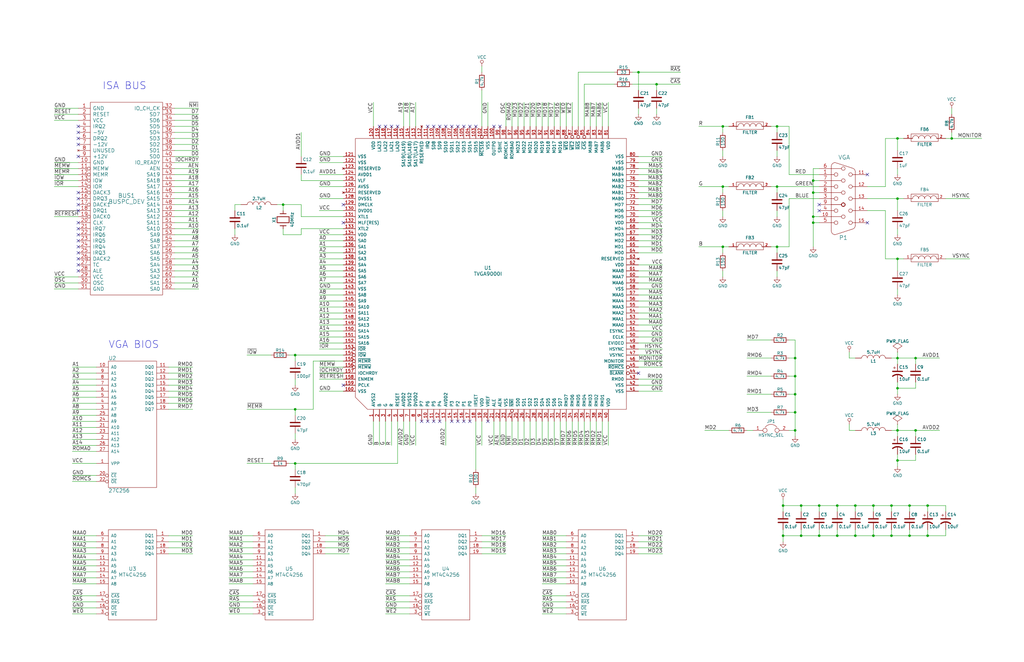
<source format=kicad_sch>
(kicad_sch (version 20211123) (generator eeschema)
  (paper "User" 431.8 279.4)
  (title_block (date "7 feb 2013"))
  (junction (at 337.82 226.06))
  (junction (at 386.08 181.61))
  (junction (at 304.8 78.74))
  (junction (at 330.2 226.06))
  (junction (at 342.9 91.44))
  (junction (at 378.46 194.31))
  (junction (at 353.06 213.36))
  (junction (at 119.38 86.36))
  (junction (at 124.46 172.72))
  (junction (at 342.9 76.2))
  (junction (at 327.66 53.34))
  (junction (at 391.16 213.36))
  (junction (at 342.9 81.28))
  (junction (at 391.16 226.06))
  (junction (at 335.28 173.99))
  (junction (at 304.8 104.14))
  (junction (at 368.3 213.36))
  (junction (at 269.24 30.48))
  (junction (at 335.28 181.61))
  (junction (at 378.46 109.22))
  (junction (at 383.54 213.36))
  (junction (at 353.06 226.06))
  (junction (at 378.46 58.42))
  (junction (at 335.28 151.13))
  (junction (at 345.44 213.36))
  (junction (at 378.46 151.13))
  (junction (at 327.66 104.14))
  (junction (at 375.92 226.06))
  (junction (at 378.46 181.61))
  (junction (at 335.28 166.37))
  (junction (at 276.86 35.56))
  (junction (at 304.8 53.34))
  (junction (at 360.68 226.06))
  (junction (at 383.54 226.06))
  (junction (at 124.46 149.86))
  (junction (at 378.46 163.83))
  (junction (at 124.46 195.58))
  (junction (at 330.2 213.36))
  (junction (at 342.9 93.98))
  (junction (at 386.08 151.13))
  (junction (at 375.92 213.36))
  (junction (at 378.46 83.82))
  (junction (at 401.32 58.42))
  (junction (at 337.82 213.36))
  (junction (at 360.68 213.36))
  (junction (at 345.44 226.06))
  (junction (at 368.3 226.06))
  (junction (at 335.28 158.75))
  (junction (at 327.66 78.74))
  (no_connect (at 193.04 177.8))
  (no_connect (at 180.34 177.8))
  (no_connect (at 195.58 53.34))
  (no_connect (at 33.02 111.76))
  (no_connect (at 33.02 109.22))
  (no_connect (at 198.12 177.8))
  (no_connect (at 33.02 58.42))
  (no_connect (at 33.02 104.14))
  (no_connect (at 195.58 177.8))
  (no_connect (at 33.02 66.04))
  (no_connect (at 365.76 73.66))
  (no_connect (at 162.56 53.34))
  (no_connect (at 144.78 162.56))
  (no_connect (at 33.02 96.52))
  (no_connect (at 33.02 88.9))
  (no_connect (at 177.8 177.8))
  (no_connect (at 345.44 86.36))
  (no_connect (at 208.28 53.34))
  (no_connect (at 365.76 93.98))
  (no_connect (at 187.96 53.34))
  (no_connect (at 182.88 177.8))
  (no_connect (at 269.24 157.48))
  (no_connect (at 33.02 83.82))
  (no_connect (at 33.02 53.34))
  (no_connect (at 33.02 86.36))
  (no_connect (at 33.02 55.88))
  (no_connect (at 33.02 101.6))
  (no_connect (at 144.78 93.98))
  (no_connect (at 33.02 81.28))
  (no_connect (at 198.12 53.34))
  (no_connect (at 200.66 53.34))
  (no_connect (at 33.02 60.96))
  (no_connect (at 190.5 53.34))
  (no_connect (at 182.88 53.34))
  (no_connect (at 205.74 177.8))
  (no_connect (at 180.34 53.34))
  (no_connect (at 185.42 177.8))
  (no_connect (at 190.5 177.8))
  (no_connect (at 33.02 93.98))
  (no_connect (at 185.42 53.34))
  (no_connect (at 160.02 53.34))
  (no_connect (at 210.82 53.34))
  (no_connect (at 33.02 99.06))
  (no_connect (at 144.78 86.36))
  (no_connect (at 193.04 53.34))
  (no_connect (at 33.02 106.68))
  (no_connect (at 33.02 114.3))
  (no_connect (at 345.44 88.9))
  (no_connect (at 167.64 53.34))
  (no_connect (at 165.1 53.34))
  (wire (pts (xy 236.22 43.18) (xy 236.22 53.34)))
  (wire (pts (xy 327.66 63.5) (xy 327.66 66.04)))
  (wire (pts (xy 40.64 236.22) (xy 30.48 236.22)))
  (wire (pts (xy 106.68 226.06) (xy 96.52 226.06)))
  (wire (pts (xy 386.08 163.83) (xy 378.46 163.83)))
  (wire (pts (xy 119.38 99.06) (xy 127 99.06)))
  (wire (pts (xy 71.12 172.72) (xy 81.28 172.72)))
  (wire (pts (xy 73.66 68.58) (xy 83.82 68.58)))
  (wire (pts (xy 238.76 236.22) (xy 228.6 236.22)))
  (wire (pts (xy 241.3 177.8) (xy 241.3 187.96)))
  (wire (pts (xy 144.78 109.22) (xy 134.62 109.22)))
  (wire (pts (xy 269.24 104.14) (xy 279.4 104.14)))
  (wire (pts (xy 332.74 73.66) (xy 332.74 53.34)))
  (wire (pts (xy 33.02 121.92) (xy 22.86 121.92)))
  (wire (pts (xy 269.24 93.98) (xy 279.4 93.98)))
  (wire (pts (xy 33.02 50.8) (xy 22.86 50.8)))
  (wire (pts (xy 383.54 226.06) (xy 383.54 223.52)))
  (wire (pts (xy 33.02 119.38) (xy 22.86 119.38)))
  (wire (pts (xy 73.66 58.42) (xy 83.82 58.42)))
  (wire (pts (xy 304.8 78.74) (xy 307.34 78.74)))
  (wire (pts (xy 71.12 157.48) (xy 81.28 157.48)))
  (wire (pts (xy 137.16 226.06) (xy 147.32 226.06)))
  (wire (pts (xy 30.48 195.58) (xy 40.64 195.58)))
  (wire (pts (xy 106.68 254) (xy 96.52 254)))
  (wire (pts (xy 327.66 106.68) (xy 327.66 104.14)))
  (wire (pts (xy 269.24 142.24) (xy 279.4 142.24)))
  (wire (pts (xy 269.24 124.46) (xy 279.4 124.46)))
  (wire (pts (xy 144.78 88.9) (xy 134.62 88.9)))
  (wire (pts (xy 144.78 116.84) (xy 134.62 116.84)))
  (wire (pts (xy 137.16 233.68) (xy 147.32 233.68)))
  (wire (pts (xy 73.66 48.26) (xy 83.82 48.26)))
  (wire (pts (xy 144.78 152.4) (xy 132.08 152.4)))
  (wire (pts (xy 378.46 163.83) (xy 378.46 166.37)))
  (wire (pts (xy 360.68 181.61) (xy 358.14 181.61)))
  (wire (pts (xy 40.64 154.94) (xy 30.48 154.94)))
  (wire (pts (xy 22.86 71.12) (xy 33.02 71.12)))
  (wire (pts (xy 266.7 30.48) (xy 269.24 30.48)))
  (wire (pts (xy 22.86 78.74) (xy 33.02 78.74)))
  (wire (pts (xy 40.64 182.88) (xy 30.48 182.88)))
  (wire (pts (xy 337.82 215.9) (xy 337.82 213.36)))
  (wire (pts (xy 269.24 149.86) (xy 279.4 149.86)))
  (wire (pts (xy 203.2 226.06) (xy 213.36 226.06)))
  (wire (pts (xy 353.06 213.36) (xy 360.68 213.36)))
  (wire (pts (xy 375.92 226.06) (xy 383.54 226.06)))
  (wire (pts (xy 33.02 91.44) (xy 22.86 91.44)))
  (wire (pts (xy 401.32 55.88) (xy 401.32 58.42)))
  (wire (pts (xy 144.78 134.62) (xy 134.62 134.62)))
  (wire (pts (xy 144.78 68.58) (xy 134.62 68.58)))
  (wire (pts (xy 383.54 213.36) (xy 391.16 213.36)))
  (wire (pts (xy 269.24 68.58) (xy 279.4 68.58)))
  (wire (pts (xy 330.2 213.36) (xy 330.2 215.9)))
  (wire (pts (xy 106.68 231.14) (xy 96.52 231.14)))
  (wire (pts (xy 368.3 226.06) (xy 375.92 226.06)))
  (wire (pts (xy 40.64 259.08) (xy 30.48 259.08)))
  (wire (pts (xy 358.14 151.13) (xy 360.68 151.13)))
  (wire (pts (xy 269.24 121.92) (xy 279.4 121.92)))
  (wire (pts (xy 325.12 151.13) (xy 314.96 151.13)))
  (wire (pts (xy 342.9 93.98) (xy 345.44 93.98)))
  (wire (pts (xy 73.66 121.92) (xy 83.82 121.92)))
  (wire (pts (xy 368.3 226.06) (xy 368.3 223.52)))
  (wire (pts (xy 335.28 173.99) (xy 332.74 173.99)))
  (wire (pts (xy 40.64 203.2) (xy 30.48 203.2)))
  (wire (pts (xy 398.78 213.36) (xy 398.78 215.9)))
  (wire (pts (xy 73.66 109.22) (xy 83.82 109.22)))
  (wire (pts (xy 269.24 96.52) (xy 279.4 96.52)))
  (wire (pts (xy 144.78 96.52) (xy 127 96.52)))
  (wire (pts (xy 124.46 175.26) (xy 124.46 172.72)))
  (wire (pts (xy 106.68 243.84) (xy 96.52 243.84)))
  (wire (pts (xy 335.28 151.13) (xy 335.28 158.75)))
  (wire (pts (xy 269.24 78.74) (xy 279.4 78.74)))
  (wire (pts (xy 375.92 181.61) (xy 378.46 181.61)))
  (wire (pts (xy 40.64 185.42) (xy 30.48 185.42)))
  (wire (pts (xy 144.78 165.1) (xy 134.62 165.1)))
  (wire (pts (xy 254 177.8) (xy 254 187.96)))
  (wire (pts (xy 269.24 30.48) (xy 287.02 30.48)))
  (wire (pts (xy 40.64 231.14) (xy 30.48 231.14)))
  (wire (pts (xy 144.78 142.24) (xy 134.62 142.24)))
  (wire (pts (xy 104.14 195.58) (xy 114.3 195.58)))
  (wire (pts (xy 40.64 170.18) (xy 30.48 170.18)))
  (wire (pts (xy 337.82 226.06) (xy 337.82 223.52)))
  (wire (pts (xy 71.12 162.56) (xy 81.28 162.56)))
  (wire (pts (xy 33.02 116.84) (xy 22.86 116.84)))
  (wire (pts (xy 276.86 45.72) (xy 276.86 48.26)))
  (wire (pts (xy 40.64 175.26) (xy 30.48 175.26)))
  (wire (pts (xy 327.66 114.3) (xy 327.66 116.84)))
  (wire (pts (xy 40.64 246.38) (xy 30.48 246.38)))
  (wire (pts (xy 269.24 147.32) (xy 279.4 147.32)))
  (wire (pts (xy 375.92 213.36) (xy 383.54 213.36)))
  (wire (pts (xy 203.2 177.8) (xy 203.2 187.96)))
  (wire (pts (xy 358.14 181.61) (xy 358.14 179.07)))
  (wire (pts (xy 71.12 154.94) (xy 81.28 154.94)))
  (wire (pts (xy 378.46 181.61) (xy 386.08 181.61)))
  (wire (pts (xy 332.74 53.34) (xy 327.66 53.34)))
  (wire (pts (xy 106.68 256.54) (xy 96.52 256.54)))
  (wire (pts (xy 40.64 200.66) (xy 30.48 200.66)))
  (wire (pts (xy 226.06 177.8) (xy 226.06 187.96)))
  (wire (pts (xy 73.66 93.98) (xy 83.82 93.98)))
  (wire (pts (xy 386.08 151.13) (xy 396.24 151.13)))
  (wire (pts (xy 124.46 149.86) (xy 144.78 149.86)))
  (wire (pts (xy 40.64 157.48) (xy 30.48 157.48)))
  (wire (pts (xy 228.6 177.8) (xy 228.6 187.96)))
  (wire (pts (xy 378.46 83.82) (xy 381 83.82)))
  (wire (pts (xy 365.76 83.82) (xy 378.46 83.82)))
  (wire (pts (xy 342.9 81.28) (xy 345.44 81.28)))
  (wire (pts (xy 172.72 177.8) (xy 172.72 187.96)))
  (wire (pts (xy 269.24 86.36) (xy 279.4 86.36)))
  (wire (pts (xy 218.44 43.18) (xy 218.44 53.34)))
  (wire (pts (xy 205.74 43.18) (xy 205.74 53.34)))
  (wire (pts (xy 269.24 71.12) (xy 279.4 71.12)))
  (wire (pts (xy 383.54 213.36) (xy 383.54 215.9)))
  (wire (pts (xy 401.32 58.42) (xy 414.02 58.42)))
  (wire (pts (xy 276.86 38.1) (xy 276.86 35.56)))
  (wire (pts (xy 172.72 256.54) (xy 162.56 256.54)))
  (wire (pts (xy 342.9 93.98) (xy 342.9 104.14)))
  (wire (pts (xy 144.78 129.54) (xy 134.62 129.54)))
  (wire (pts (xy 116.84 86.36) (xy 119.38 86.36)))
  (wire (pts (xy 40.64 180.34) (xy 30.48 180.34)))
  (wire (pts (xy 172.72 241.3) (xy 162.56 241.3)))
  (wire (pts (xy 373.38 88.9) (xy 365.76 88.9)))
  (wire (pts (xy 73.66 119.38) (xy 83.82 119.38)))
  (wire (pts (xy 304.8 63.5) (xy 304.8 66.04)))
  (wire (pts (xy 401.32 45.72) (xy 401.32 48.26)))
  (wire (pts (xy 335.28 166.37) (xy 332.74 166.37)))
  (wire (pts (xy 40.64 165.1) (xy 30.48 165.1)))
  (wire (pts (xy 238.76 231.14) (xy 228.6 231.14)))
  (wire (pts (xy 269.24 152.4) (xy 279.4 152.4)))
  (wire (pts (xy 304.8 55.88) (xy 304.8 53.34)))
  (wire (pts (xy 386.08 153.67) (xy 386.08 151.13)))
  (wire (pts (xy 238.76 256.54) (xy 228.6 256.54)))
  (wire (pts (xy 314.96 181.61) (xy 317.5 181.61)))
  (wire (pts (xy 160.02 177.8) (xy 160.02 187.96)))
  (wire (pts (xy 373.38 78.74) (xy 373.38 58.42)))
  (wire (pts (xy 398.78 109.22) (xy 408.94 109.22)))
  (wire (pts (xy 327.66 53.34) (xy 325.12 53.34)))
  (wire (pts (xy 33.02 45.72) (xy 22.86 45.72)))
  (wire (pts (xy 378.46 151.13) (xy 378.46 153.67)))
  (wire (pts (xy 342.9 91.44) (xy 345.44 91.44)))
  (wire (pts (xy 124.46 205.74) (xy 124.46 208.28)))
  (wire (pts (xy 73.66 101.6) (xy 83.82 101.6)))
  (wire (pts (xy 256.54 177.8) (xy 256.54 187.96)))
  (wire (pts (xy 73.66 66.04) (xy 83.82 66.04)))
  (wire (pts (xy 327.66 55.88) (xy 327.66 53.34)))
  (wire (pts (xy 73.66 60.96) (xy 83.82 60.96)))
  (wire (pts (xy 124.46 160.02) (xy 124.46 162.56)))
  (wire (pts (xy 269.24 134.62) (xy 279.4 134.62)))
  (wire (pts (xy 73.66 96.52) (xy 83.82 96.52)))
  (wire (pts (xy 368.3 213.36) (xy 368.3 215.9)))
  (wire (pts (xy 132.08 172.72) (xy 124.46 172.72)))
  (wire (pts (xy 238.76 259.08) (xy 228.6 259.08)))
  (wire (pts (xy 144.78 157.48) (xy 134.62 157.48)))
  (wire (pts (xy 358.14 148.59) (xy 358.14 151.13)))
  (wire (pts (xy 119.38 99.06) (xy 119.38 96.52)))
  (wire (pts (xy 269.24 127) (xy 279.4 127)))
  (wire (pts (xy 269.24 88.9) (xy 279.4 88.9)))
  (wire (pts (xy 378.46 71.12) (xy 378.46 73.66)))
  (wire (pts (xy 378.46 109.22) (xy 381 109.22)))
  (wire (pts (xy 269.24 73.66) (xy 279.4 73.66)))
  (wire (pts (xy 124.46 182.88) (xy 124.46 185.42)))
  (wire (pts (xy 342.9 76.2) (xy 345.44 76.2)))
  (wire (pts (xy 210.82 177.8) (xy 210.82 187.96)))
  (wire (pts (xy 203.2 228.6) (xy 213.36 228.6)))
  (wire (pts (xy 386.08 161.29) (xy 386.08 163.83)))
  (wire (pts (xy 228.6 43.18) (xy 228.6 53.34)))
  (wire (pts (xy 170.18 43.18) (xy 170.18 53.34)))
  (wire (pts (xy 345.44 226.06) (xy 353.06 226.06)))
  (wire (pts (xy 391.16 213.36) (xy 398.78 213.36)))
  (wire (pts (xy 73.66 111.76) (xy 83.82 111.76)))
  (wire (pts (xy 353.06 226.06) (xy 360.68 226.06)))
  (wire (pts (xy 294.64 53.34) (xy 304.8 53.34)))
  (wire (pts (xy 269.24 99.06) (xy 279.4 99.06)))
  (wire (pts (xy 137.16 231.14) (xy 147.32 231.14)))
  (wire (pts (xy 238.76 243.84) (xy 228.6 243.84)))
  (wire (pts (xy 106.68 251.46) (xy 96.52 251.46)))
  (wire (pts (xy 127 86.36) (xy 127 91.44)))
  (wire (pts (xy 213.36 177.8) (xy 213.36 187.96)))
  (wire (pts (xy 378.46 114.3) (xy 378.46 109.22)))
  (wire (pts (xy 220.98 43.18) (xy 220.98 53.34)))
  (wire (pts (xy 325.12 143.51) (xy 314.96 143.51)))
  (wire (pts (xy 238.76 238.76) (xy 228.6 238.76)))
  (wire (pts (xy 342.9 71.12) (xy 342.9 76.2)))
  (wire (pts (xy 73.66 45.72) (xy 83.82 45.72)))
  (wire (pts (xy 22.86 76.2) (xy 33.02 76.2)))
  (wire (pts (xy 73.66 53.34) (xy 83.82 53.34)))
  (wire (pts (xy 373.38 109.22) (xy 378.46 109.22)))
  (wire (pts (xy 353.06 213.36) (xy 353.06 215.9)))
  (wire (pts (xy 378.46 88.9) (xy 378.46 83.82)))
  (wire (pts (xy 360.68 226.06) (xy 368.3 226.06)))
  (wire (pts (xy 375.92 151.13) (xy 378.46 151.13)))
  (wire (pts (xy 106.68 228.6) (xy 96.52 228.6)))
  (wire (pts (xy 378.46 179.07) (xy 378.46 181.61)))
  (wire (pts (xy 187.96 177.8) (xy 187.96 187.96)))
  (wire (pts (xy 203.2 231.14) (xy 213.36 231.14)))
  (wire (pts (xy 304.8 104.14) (xy 307.34 104.14)))
  (wire (pts (xy 71.12 226.06) (xy 81.28 226.06)))
  (wire (pts (xy 327.66 88.9) (xy 327.66 91.44)))
  (wire (pts (xy 269.24 111.76) (xy 279.4 111.76)))
  (wire (pts (xy 40.64 254) (xy 30.48 254)))
  (wire (pts (xy 231.14 177.8) (xy 231.14 187.96)))
  (wire (pts (xy 269.24 226.06) (xy 279.4 226.06)))
  (wire (pts (xy 238.76 251.46) (xy 228.6 251.46)))
  (wire (pts (xy 269.24 160.02) (xy 279.4 160.02)))
  (wire (pts (xy 144.78 137.16) (xy 134.62 137.16)))
  (wire (pts (xy 73.66 99.06) (xy 83.82 99.06)))
  (wire (pts (xy 269.24 233.68) (xy 279.4 233.68)))
  (wire (pts (xy 144.78 78.74) (xy 134.62 78.74)))
  (wire (pts (xy 269.24 114.3) (xy 279.4 114.3)))
  (wire (pts (xy 330.2 226.06) (xy 330.2 228.6)))
  (wire (pts (xy 71.12 167.64) (xy 81.28 167.64)))
  (wire (pts (xy 144.78 132.08) (xy 134.62 132.08)))
  (wire (pts (xy 269.24 139.7) (xy 279.4 139.7)))
  (wire (pts (xy 170.18 177.8) (xy 170.18 187.96)))
  (wire (pts (xy 106.68 233.68) (xy 96.52 233.68)))
  (wire (pts (xy 241.3 43.18) (xy 241.3 53.34)))
  (wire (pts (xy 144.78 160.02) (xy 134.62 160.02)))
  (wire (pts (xy 172.72 236.22) (xy 162.56 236.22)))
  (wire (pts (xy 386.08 181.61) (xy 396.24 181.61)))
  (wire (pts (xy 40.64 187.96) (xy 30.48 187.96)))
  (wire (pts (xy 40.64 190.5) (xy 30.48 190.5)))
  (wire (pts (xy 73.66 114.3) (xy 83.82 114.3)))
  (wire (pts (xy 215.9 43.18) (xy 215.9 53.34)))
  (wire (pts (xy 375.92 226.06) (xy 375.92 223.52)))
  (wire (pts (xy 307.34 181.61) (xy 297.18 181.61)))
  (wire (pts (xy 73.66 88.9) (xy 83.82 88.9)))
  (wire (pts (xy 335.28 181.61) (xy 332.74 181.61)))
  (wire (pts (xy 269.24 116.84) (xy 279.4 116.84)))
  (wire (pts (xy 304.8 114.3) (xy 304.8 116.84)))
  (wire (pts (xy 40.64 172.72) (xy 30.48 172.72)))
  (wire (pts (xy 335.28 166.37) (xy 335.28 173.99)))
  (wire (pts (xy 332.74 83.82) (xy 345.44 83.82)))
  (wire (pts (xy 144.78 139.7) (xy 134.62 139.7)))
  (wire (pts (xy 238.76 43.18) (xy 238.76 53.34)))
  (wire (pts (xy 106.68 238.76) (xy 96.52 238.76)))
  (wire (pts (xy 269.24 132.08) (xy 279.4 132.08)))
  (wire (pts (xy 40.64 251.46) (xy 30.48 251.46)))
  (wire (pts (xy 325.12 173.99) (xy 314.96 173.99)))
  (wire (pts (xy 22.86 68.58) (xy 33.02 68.58)))
  (wire (pts (xy 203.2 38.1) (xy 203.2 53.34)))
  (wire (pts (xy 73.66 78.74) (xy 83.82 78.74)))
  (wire (pts (xy 398.78 226.06) (xy 398.78 223.52)))
  (wire (pts (xy 276.86 35.56) (xy 287.02 35.56)))
  (wire (pts (xy 383.54 226.06) (xy 391.16 226.06)))
  (wire (pts (xy 304.8 106.68) (xy 304.8 104.14)))
  (wire (pts (xy 124.46 152.4) (xy 124.46 149.86)))
  (wire (pts (xy 40.64 160.02) (xy 30.48 160.02)))
  (wire (pts (xy 378.46 151.13) (xy 386.08 151.13)))
  (wire (pts (xy 73.66 50.8) (xy 83.82 50.8)))
  (wire (pts (xy 172.72 231.14) (xy 162.56 231.14)))
  (wire (pts (xy 71.12 231.14) (xy 81.28 231.14)))
  (wire (pts (xy 71.12 228.6) (xy 81.28 228.6)))
  (wire (pts (xy 22.86 73.66) (xy 33.02 73.66)))
  (wire (pts (xy 337.82 213.36) (xy 345.44 213.36)))
  (wire (pts (xy 203.2 233.68) (xy 213.36 233.68)))
  (wire (pts (xy 121.92 195.58) (xy 124.46 195.58)))
  (wire (pts (xy 106.68 246.38) (xy 96.52 246.38)))
  (wire (pts (xy 144.78 83.82) (xy 134.62 83.82)))
  (wire (pts (xy 73.66 86.36) (xy 83.82 86.36)))
  (wire (pts (xy 238.76 241.3) (xy 228.6 241.3)))
  (wire (pts (xy 378.46 161.29) (xy 378.46 163.83)))
  (wire (pts (xy 106.68 241.3) (xy 96.52 241.3)))
  (wire (pts (xy 335.28 173.99) (xy 335.28 181.61)))
  (wire (pts (xy 73.66 63.5) (xy 83.82 63.5)))
  (wire (pts (xy 246.38 35.56) (xy 246.38 53.34)))
  (wire (pts (xy 73.66 55.88) (xy 83.82 55.88)))
  (wire (pts (xy 353.06 226.06) (xy 353.06 223.52)))
  (wire (pts (xy 325.12 104.14) (xy 327.66 104.14)))
  (wire (pts (xy 33.02 48.26) (xy 22.86 48.26)))
  (wire (pts (xy 144.78 73.66) (xy 134.62 73.66)))
  (wire (pts (xy 378.46 148.59) (xy 378.46 151.13)))
  (wire (pts (xy 218.44 177.8) (xy 218.44 187.96)))
  (wire (pts (xy 200.66 208.28) (xy 200.66 205.74)))
  (wire (pts (xy 391.16 226.06) (xy 391.16 223.52)))
  (wire (pts (xy 223.52 43.18) (xy 223.52 53.34)))
  (wire (pts (xy 40.64 167.64) (xy 30.48 167.64)))
  (wire (pts (xy 243.84 177.8) (xy 243.84 187.96)))
  (wire (pts (xy 325.12 158.75) (xy 314.96 158.75)))
  (wire (pts (xy 345.44 226.06) (xy 345.44 223.52)))
  (wire (pts (xy 391.16 213.36) (xy 391.16 215.9)))
  (wire (pts (xy 40.64 243.84) (xy 30.48 243.84)))
  (wire (pts (xy 337.82 226.06) (xy 345.44 226.06)))
  (wire (pts (xy 378.46 63.5) (xy 378.46 58.42)))
  (wire (pts (xy 294.64 104.14) (xy 304.8 104.14)))
  (wire (pts (xy 73.66 106.68) (xy 83.82 106.68)))
  (wire (pts (xy 144.78 154.94) (xy 134.62 154.94)))
  (wire (pts (xy 40.64 162.56) (xy 30.48 162.56)))
  (wire (pts (xy 345.44 213.36) (xy 353.06 213.36)))
  (wire (pts (xy 269.24 83.82) (xy 279.4 83.82)))
  (wire (pts (xy 269.24 101.6) (xy 279.4 101.6)))
  (wire (pts (xy 172.72 254) (xy 162.56 254)))
  (wire (pts (xy 246.38 177.8) (xy 246.38 187.96)))
  (wire (pts (xy 157.48 177.8) (xy 157.48 187.96)))
  (wire (pts (xy 251.46 177.8) (xy 251.46 187.96)))
  (wire (pts (xy 172.72 226.06) (xy 162.56 226.06)))
  (wire (pts (xy 335.28 158.75) (xy 335.28 166.37)))
  (wire (pts (xy 398.78 83.82) (xy 408.94 83.82)))
  (wire (pts (xy 208.28 177.8) (xy 208.28 187.96)))
  (wire (pts (xy 378.46 191.77) (xy 378.46 194.31)))
  (wire (pts (xy 304.8 88.9) (xy 304.8 91.44)))
  (wire (pts (xy 335.28 143.51) (xy 332.74 143.51)))
  (wire (pts (xy 124.46 198.12) (xy 124.46 195.58)))
  (wire (pts (xy 269.24 106.68) (xy 279.4 106.68)))
  (wire (pts (xy 175.26 43.18) (xy 175.26 53.34)))
  (wire (pts (xy 325.12 166.37) (xy 314.96 166.37)))
  (wire (pts (xy 119.38 88.9) (xy 119.38 86.36)))
  (wire (pts (xy 40.64 177.8) (xy 30.48 177.8)))
  (wire (pts (xy 327.66 104.14) (xy 332.74 104.14)))
  (wire (pts (xy 124.46 172.72) (xy 104.14 172.72)))
  (wire (pts (xy 144.78 147.32) (xy 134.62 147.32)))
  (wire (pts (xy 231.14 43.18) (xy 231.14 53.34)))
  (wire (pts (xy 144.78 127) (xy 134.62 127)))
  (wire (pts (xy 73.66 73.66) (xy 83.82 73.66)))
  (wire (pts (xy 226.06 43.18) (xy 226.06 53.34)))
  (wire (pts (xy 342.9 81.28) (xy 342.9 91.44)))
  (wire (pts (xy 332.74 104.14) (xy 332.74 83.82)))
  (wire (pts (xy 213.36 43.18) (xy 213.36 53.34)))
  (wire (pts (xy 375.92 213.36) (xy 375.92 215.9)))
  (wire (pts (xy 378.46 121.92) (xy 378.46 124.46)))
  (wire (pts (xy 167.64 195.58) (xy 167.64 177.8)))
  (wire (pts (xy 373.38 58.42) (xy 378.46 58.42)))
  (wire (pts (xy 325.12 78.74) (xy 327.66 78.74)))
  (wire (pts (xy 386.08 184.15) (xy 386.08 181.61)))
  (wire (pts (xy 398.78 58.42) (xy 401.32 58.42)))
  (wire (pts (xy 104.14 149.86) (xy 114.3 149.86)))
  (wire (pts (xy 203.2 30.48) (xy 203.2 27.94)))
  (wire (pts (xy 71.12 165.1) (xy 81.28 165.1)))
  (wire (pts (xy 251.46 43.18) (xy 251.46 53.34)))
  (wire (pts (xy 233.68 43.18) (xy 233.68 53.34)))
  (wire (pts (xy 99.06 96.52) (xy 99.06 99.06)))
  (wire (pts (xy 269.24 91.44) (xy 279.4 91.44)))
  (wire (pts (xy 269.24 165.1) (xy 279.4 165.1)))
  (wire (pts (xy 71.12 233.68) (xy 81.28 233.68)))
  (wire (pts (xy 269.24 231.14) (xy 279.4 231.14)))
  (wire (pts (xy 127 96.52) (xy 127 99.06)))
  (wire (pts (xy 165.1 177.8) (xy 165.1 187.96)))
  (wire (pts (xy 127 91.44) (xy 144.78 91.44)))
  (wire (pts (xy 124.46 195.58) (xy 167.64 195.58)))
  (wire (pts (xy 266.7 35.56) (xy 276.86 35.56)))
  (wire (pts (xy 238.76 177.8) (xy 238.76 187.96)))
  (wire (pts (xy 304.8 53.34) (xy 307.34 53.34)))
  (wire (pts (xy 220.98 177.8) (xy 220.98 187.96)))
  (wire (pts (xy 386.08 194.31) (xy 378.46 194.31)))
  (wire (pts (xy 71.12 160.02) (xy 81.28 160.02)))
  (wire (pts (xy 335.28 143.51) (xy 335.28 151.13)))
  (wire (pts (xy 238.76 228.6) (xy 228.6 228.6)))
  (wire (pts (xy 99.06 86.36) (xy 99.06 88.9)))
  (wire (pts (xy 304.8 81.28) (xy 304.8 78.74)))
  (wire (pts (xy 172.72 238.76) (xy 162.56 238.76)))
  (wire (pts (xy 342.9 91.44) (xy 342.9 93.98)))
  (wire (pts (xy 144.78 111.76) (xy 134.62 111.76)))
  (wire (pts (xy 335.28 158.75) (xy 332.74 158.75)))
  (wire (pts (xy 330.2 223.52) (xy 330.2 226.06)))
  (wire (pts (xy 106.68 236.22) (xy 96.52 236.22)))
  (wire (pts (xy 327.66 81.28) (xy 327.66 78.74)))
  (wire (pts (xy 248.92 43.18) (xy 248.92 53.34)))
  (wire (pts (xy 269.24 162.56) (xy 279.4 162.56)))
  (wire (pts (xy 73.66 91.44) (xy 83.82 91.44)))
  (wire (pts (xy 144.78 144.78) (xy 134.62 144.78)))
  (wire (pts (xy 144.78 101.6) (xy 134.62 101.6)))
  (wire (pts (xy 144.78 124.46) (xy 134.62 124.46)))
  (wire (pts (xy 172.72 228.6) (xy 162.56 228.6)))
  (wire (pts (xy 144.78 114.3) (xy 134.62 114.3)))
  (wire (pts (xy 269.24 76.2) (xy 279.4 76.2)))
  (wire (pts (xy 40.64 226.06) (xy 30.48 226.06)))
  (wire (pts (xy 360.68 226.06) (xy 360.68 223.52)))
  (wire (pts (xy 40.64 238.76) (xy 30.48 238.76)))
  (wire (pts (xy 144.78 119.38) (xy 134.62 119.38)))
  (wire (pts (xy 373.38 109.22) (xy 373.38 88.9)))
  (wire (pts (xy 378.46 194.31) (xy 378.46 196.85)))
  (wire (pts (xy 335.28 181.61) (xy 335.28 184.15)))
  (wire (pts (xy 132.08 152.4) (xy 132.08 172.72)))
  (wire (pts (xy 238.76 254) (xy 228.6 254)))
  (wire (pts (xy 378.46 181.61) (xy 378.46 184.15)))
  (wire (pts (xy 269.24 119.38) (xy 279.4 119.38)))
  (wire (pts (xy 269.24 66.04) (xy 279.4 66.04)))
  (wire (pts (xy 121.92 149.86) (xy 124.46 149.86)))
  (wire (pts (xy 73.66 76.2) (xy 83.82 76.2)))
  (wire (pts (xy 157.48 43.18) (xy 157.48 53.34)))
  (wire (pts (xy 378.46 96.52) (xy 378.46 99.06)))
  (wire (pts (xy 215.9 177.8) (xy 215.9 187.96)))
  (wire (pts (xy 345.44 73.66) (xy 332.74 73.66)))
  (wire (pts (xy 238.76 226.06) (xy 228.6 226.06)))
  (wire (pts (xy 269.24 81.28) (xy 279.4 81.28)))
  (wire (pts (xy 269.24 144.78) (xy 279.4 144.78)))
  (wire (pts (xy 73.66 116.84) (xy 83.82 116.84)))
  (wire (pts (xy 345.44 213.36) (xy 345.44 215.9)))
  (wire (pts (xy 269.24 38.1) (xy 269.24 30.48)))
  (wire (pts (xy 238.76 246.38) (xy 228.6 246.38)))
  (wire (pts (xy 73.66 71.12) (xy 83.82 71.12)))
  (wire (pts (xy 259.08 30.48) (xy 243.84 30.48)))
  (wire (pts (xy 172.72 233.68) (xy 162.56 233.68)))
  (wire (pts (xy 119.38 86.36) (xy 127 86.36)))
  (wire (pts (xy 172.72 243.84) (xy 162.56 243.84)))
  (wire (pts (xy 71.12 170.18) (xy 81.28 170.18)))
  (wire (pts (xy 330.2 226.06) (xy 337.82 226.06)))
  (wire (pts (xy 40.64 233.68) (xy 30.48 233.68)))
  (wire (pts (xy 127 66.04) (xy 127 55.88)))
  (wire (pts (xy 200.66 177.8) (xy 200.66 198.12)))
  (wire (pts (xy 144.78 121.92) (xy 134.62 121.92)))
  (wire (pts (xy 294.64 78.74) (xy 304.8 78.74)))
  (wire (pts (xy 248.92 177.8) (xy 248.92 187.96)))
  (wire (pts (xy 378.46 58.42) (xy 381 58.42)))
  (wire (pts (xy 162.56 177.8) (xy 162.56 187.96)))
  (wire (pts (xy 236.22 177.8) (xy 236.22 187.96)))
  (wire (pts (xy 269.24 129.54) (xy 279.4 129.54)))
  (wire (pts (xy 144.78 66.04) (xy 134.62 66.04)))
  (wire (pts (xy 40.64 241.3) (xy 30.48 241.3)))
  (wire (pts (xy 368.3 213.36) (xy 375.92 213.36)))
  (wire (pts (xy 342.9 71.12) (xy 345.44 71.12)))
  (wire (pts (xy 144.78 106.68) (xy 134.62 106.68)))
  (wire (pts (xy 172.72 246.38) (xy 162.56 246.38)))
  (wire (pts (xy 335.28 151.13) (xy 332.74 151.13)))
  (wire (pts (xy 259.08 35.56) (xy 246.38 35.56)))
  (wire (pts (xy 175.26 187.96) (xy 175.26 177.8)))
  (wire (pts (xy 360.68 213.36) (xy 360.68 215.9)))
  (wire (pts (xy 73.66 83.82) (xy 83.82 83.82)))
  (wire (pts (xy 127 76.2) (xy 144.78 76.2)))
  (wire (pts (xy 330.2 213.36) (xy 337.82 213.36)))
  (wire (pts (xy 360.68 213.36) (xy 368.3 213.36)))
  (wire (pts (xy 73.66 104.14) (xy 83.82 104.14)))
  (wire (pts (xy 238.76 233.68) (xy 228.6 233.68)))
  (wire (pts (xy 144.78 99.06) (xy 134.62 99.06)))
  (wire (pts (xy 144.78 104.14) (xy 134.62 104.14)))
  (wire (pts (xy 172.72 43.18) (xy 172.72 53.34)))
  (wire (pts (xy 365.76 78.74) (xy 373.38 78.74)))
  (wire (pts (xy 243.84 30.48) (xy 243.84 53.34)))
  (wire (pts (xy 342.9 76.2) (xy 342.9 81.28)))
  (wire (pts (xy 127 73.66) (xy 127 76.2)))
  (wire (pts (xy 269.24 154.94) (xy 279.4 154.94)))
  (wire (pts (xy 330.2 210.82) (xy 330.2 213.36)))
  (wire (pts (xy 391.16 226.06) (xy 398.78 226.06)))
  (wire (pts (xy 106.68 259.08) (xy 96.52 259.08)))
  (wire (pts (xy 40.64 228.6) (xy 30.48 228.6)))
  (wire (pts (xy 233.68 177.8) (xy 233.68 187.96)))
  (wire (pts (xy 172.72 251.46) (xy 162.56 251.46)))
  (wire (pts (xy 137.16 228.6) (xy 147.32 228.6)))
  (wire (pts (xy 223.52 177.8) (xy 223.52 187.96)))
  (wire (pts (xy 101.6 86.36) (xy 99.06 86.36)))
  (wire (pts (xy 269.24 228.6) (xy 279.4 228.6)))
  (wire (pts (xy 73.66 81.28) (xy 83.82 81.28)))
  (wire (pts (xy 256.54 43.18) (xy 256.54 53.34)))
  (wire (pts (xy 386.08 191.77) (xy 386.08 194.31)))
  (wire (pts (xy 269.24 137.16) (xy 279.4 137.16)))
  (wire (pts (xy 269.24 45.72) (xy 269.24 48.26)))
  (wire (pts (xy 40.64 256.54) (xy 30.48 256.54)))
  (wire (pts (xy 172.72 259.08) (xy 162.56 259.08)))
  (wire (pts (xy 327.66 78.74) (xy 345.44 78.74)))
  (wire (pts (xy 254 43.18) (xy 254 53.34)))
  (text "VGA BIOS" (at 45.72 147.32 0) (effects (font (size 3.048 3.048)) (justify left bottom)))
  (text "ISA BUS" (at 43.18 38.1 0) (effects (font (size 3.048 3.048)) (justify left bottom)))
  (label "MAA2" (at 279.4 132.08 180) (effects (font (size 1.524 1.524))))
  (label "MD1" (at 279.4 104.14 180) (effects (font (size 1.524 1.524))))
  (label "MD22" (at 220.98 43.18 270) (effects (font (size 1.524 1.524))))
  (label "MAA8" (at 96.52 246.38 0) (effects (font (size 1.524 1.524))))
  (label "MD18" (at 231.14 43.18 270) (effects (font (size 1.524 1.524))))
  (label "~{CAS}" (at 162.56 251.46 0) (effects (font (size 1.524 1.524))))
  (label "GND" (at 134.62 165.1 0) (effects (font (size 1.524 1.524))))
  (label "MD20" (at 226.06 43.18 270) (effects (font (size 1.524 1.524))))
  (label "A14" (at 30.48 187.96 0) (effects (font (size 1.524 1.524))))
  (label "BLUE" (at 335.28 83.82 0) (effects (font (size 1.524 1.524))))
  (label "A14" (at 83.82 86.36 180) (effects (font (size 1.524 1.524))))
  (label "~{IOR}" (at 22.86 78.74 0) (effects (font (size 1.524 1.524))))
  (label "D3" (at 83.82 58.42 180) (effects (font (size 1.524 1.524))))
  (label "MAA2" (at 30.48 231.14 0) (effects (font (size 1.524 1.524))))
  (label "GND" (at 279.4 142.24 180) (effects (font (size 1.524 1.524))))
  (label "A0" (at 134.62 101.6 0) (effects (font (size 1.524 1.524))))
  (label "D1" (at 220.98 187.96 90) (effects (font (size 1.524 1.524))))
  (label "~{WE2}" (at 162.56 259.08 0) (effects (font (size 1.524 1.524))))
  (label "GND" (at 279.4 162.56 180) (effects (font (size 1.524 1.524))))
  (label "~{WE2}" (at 241.3 43.18 270) (effects (font (size 1.524 1.524))))
  (label "A15" (at 134.62 142.24 0) (effects (font (size 1.524 1.524))))
  (label "R" (at 294.64 53.34 0) (effects (font (size 1.524 1.524))))
  (label "D5" (at 83.82 53.34 180) (effects (font (size 1.524 1.524))))
  (label "MAB1" (at 279.4 81.28 180) (effects (font (size 1.524 1.524))))
  (label "RESET" (at 22.86 48.26 0) (effects (font (size 1.524 1.524))))
  (label "AVDD2" (at 396.24 181.61 180) (effects (font (size 1.524 1.524))))
  (label "MD5" (at 279.4 91.44 180) (effects (font (size 1.524 1.524))))
  (label "ROMA0" (at 215.9 43.18 270) (effects (font (size 1.524 1.524))))
  (label "A6" (at 30.48 167.64 0) (effects (font (size 1.524 1.524))))
  (label "A9" (at 134.62 127 0) (effects (font (size 1.524 1.524))))
  (label "D4" (at 83.82 55.88 180) (effects (font (size 1.524 1.524))))
  (label "MAB4" (at 228.6 236.22 0) (effects (font (size 1.524 1.524))))
  (label "VSYNC" (at 279.4 149.86 180) (effects (font (size 1.524 1.524))))
  (label "ROMA0" (at 30.48 190.5 0) (effects (font (size 1.524 1.524))))
  (label "A11" (at 134.62 132.08 0) (effects (font (size 1.524 1.524))))
  (label "A13" (at 83.82 88.9 180) (effects (font (size 1.524 1.524))))
  (label "~{WE2}" (at 228.6 259.08 0) (effects (font (size 1.524 1.524))))
  (label "MAB8" (at 248.92 43.18 270) (effects (font (size 1.524 1.524))))
  (label "GND" (at 22.86 45.72 0) (effects (font (size 1.524 1.524))))
  (label "A10" (at 83.82 96.52 180) (effects (font (size 1.524 1.524))))
  (label "GREEN" (at 335.28 78.74 0) (effects (font (size 1.524 1.524))))
  (label "GND" (at 213.36 187.96 90) (effects (font (size 1.524 1.524))))
  (label "RMD4" (at 314.96 158.75 0) (effects (font (size 1.524 1.524))))
  (label "MAB8" (at 162.56 246.38 0) (effects (font (size 1.524 1.524))))
  (label "MAA1" (at 30.48 228.6 0) (effects (font (size 1.524 1.524))))
  (label "VCC" (at 30.48 195.58 0) (effects (font (size 1.524 1.524))))
  (label "RMD0" (at 81.28 154.94 180) (effects (font (size 1.524 1.524))))
  (label "~{CAS}" (at 287.02 35.56 180) (effects (font (size 1.524 1.524))))
  (label "MAB7" (at 251.46 43.18 270) (effects (font (size 1.524 1.524))))
  (label "G" (at 294.64 78.74 0) (effects (font (size 1.524 1.524))))
  (label "MD23" (at 218.44 43.18 270) (effects (font (size 1.524 1.524))))
  (label "D0" (at 218.44 187.96 90) (effects (font (size 1.524 1.524))))
  (label "A16" (at 83.82 81.28 180) (effects (font (size 1.524 1.524))))
  (label "VCC" (at 157.48 43.18 270) (effects (font (size 1.524 1.524))))
  (label "MAA8" (at 30.48 246.38 0) (effects (font (size 1.524 1.524))))
  (label "MAA0" (at 30.48 226.06 0) (effects (font (size 1.524 1.524))))
  (label "D3" (at 226.06 187.96 90) (effects (font (size 1.524 1.524))))
  (label "MAB3" (at 162.56 233.68 0) (effects (font (size 1.524 1.524))))
  (label "MD2" (at 279.4 101.6 180) (effects (font (size 1.524 1.524))))
  (label "MAA4" (at 30.48 236.22 0) (effects (font (size 1.524 1.524))))
  (label "RMD3" (at 248.92 187.96 90) (effects (font (size 1.524 1.524))))
  (label "RMD0" (at 279.4 160.02 180) (effects (font (size 1.524 1.524))))
  (label "MD4" (at 279.4 96.52 180) (effects (font (size 1.524 1.524))))
  (label "R" (at 165.1 187.96 90) (effects (font (size 1.524 1.524))))
  (label "GND" (at 162.56 256.54 0) (effects (font (size 1.524 1.524))))
  (label "B" (at 160.02 187.96 90) (effects (font (size 1.524 1.524))))
  (label "D1" (at 83.82 63.5 180) (effects (font (size 1.524 1.524))))
  (label "~{CAS}" (at 30.48 251.46 0) (effects (font (size 1.524 1.524))))
  (label "D2" (at 83.82 60.96 180) (effects (font (size 1.524 1.524))))
  (label "GND" (at 279.4 121.92 180) (effects (font (size 1.524 1.524))))
  (label "RMD4" (at 81.28 165.1 180) (effects (font (size 1.524 1.524))))
  (label "RMD2" (at 251.46 187.96 90) (effects (font (size 1.524 1.524))))
  (label "MAA5" (at 96.52 238.76 0) (effects (font (size 1.524 1.524))))
  (label "MD0" (at 81.28 226.06 180) (effects (font (size 1.524 1.524))))
  (label "VCC" (at 279.4 111.76 180) (effects (font (size 1.524 1.524))))
  (label "MAA6" (at 30.48 241.3 0) (effects (font (size 1.524 1.524))))
  (label "MAB5" (at 228.6 238.76 0) (effects (font (size 1.524 1.524))))
  (label "GND" (at 134.62 83.82 0) (effects (font (size 1.524 1.524))))
  (label "RMD4" (at 246.38 187.96 90) (effects (font (size 1.524 1.524))))
  (label "GND" (at 96.52 256.54 0) (effects (font (size 1.524 1.524))))
  (label "VCC" (at 175.26 187.96 90) (effects (font (size 1.524 1.524))))
  (label "AVDD1" (at 134.62 73.66 0) (effects (font (size 1.524 1.524))))
  (label "GND" (at 30.48 256.54 0) (effects (font (size 1.524 1.524))))
  (label "MAB4" (at 162.56 236.22 0) (effects (font (size 1.524 1.524))))
  (label "MAA3" (at 30.48 233.68 0) (effects (font (size 1.524 1.524))))
  (label "MONITOR" (at 279.4 152.4 180) (effects (font (size 1.524 1.524))))
  (label "GND" (at 279.4 144.78 180) (effects (font (size 1.524 1.524))))
  (label "MAA6" (at 96.52 241.3 0) (effects (font (size 1.524 1.524))))
  (label "A9" (at 83.82 99.06 180) (effects (font (size 1.524 1.524))))
  (label "AVDD2" (at 170.18 187.96 90) (effects (font (size 1.524 1.524))))
  (label "GND" (at 279.4 66.04 180) (effects (font (size 1.524 1.524))))
  (label "MAA8" (at 279.4 114.3 180) (effects (font (size 1.524 1.524))))
  (label "MD17" (at 213.36 228.6 180) (effects (font (size 1.524 1.524))))
  (label "~{RAS}" (at 287.02 30.48 180) (effects (font (size 1.524 1.524))))
  (label "MD7" (at 314.96 143.51 0) (effects (font (size 1.524 1.524))))
  (label "A3" (at 30.48 160.02 0) (effects (font (size 1.524 1.524))))
  (label "A14" (at 134.62 139.7 0) (effects (font (size 1.524 1.524))))
  (label "MAA5" (at 30.48 238.76 0) (effects (font (size 1.524 1.524))))
  (label "MD7" (at 147.32 233.68 180) (effects (font (size 1.524 1.524))))
  (label "RESET" (at 104.14 195.58 0) (effects (font (size 1.524 1.524))))
  (label "IOCHRDY" (at 134.62 157.48 0) (effects (font (size 1.524 1.524))))
  (label "RMD5" (at 81.28 167.64 180) (effects (font (size 1.524 1.524))))
  (label "MAB3" (at 228.6 233.68 0) (effects (font (size 1.524 1.524))))
  (label "MD2" (at 81.28 231.14 180) (effects (font (size 1.524 1.524))))
  (label "~{CAS}" (at 228.6 251.46 0) (effects (font (size 1.524 1.524))))
  (label "GND" (at 134.62 78.74 0) (effects (font (size 1.524 1.524))))
  (label "A12" (at 83.82 91.44 180) (effects (font (size 1.524 1.524))))
  (label "MAB1" (at 228.6 228.6 0) (effects (font (size 1.524 1.524))))
  (label "MAB1" (at 162.56 228.6 0) (effects (font (size 1.524 1.524))))
  (label "MONITOR" (at 414.02 58.42 180) (effects (font (size 1.524 1.524))))
  (label "RMD7" (at 81.28 172.72 180) (effects (font (size 1.524 1.524))))
  (label "GND" (at 279.4 68.58 180) (effects (font (size 1.524 1.524))))
  (label "MAB7" (at 162.56 243.84 0) (effects (font (size 1.524 1.524))))
  (label "AEN" (at 210.82 187.96 90) (effects (font (size 1.524 1.524))))
  (label "MD19" (at 228.6 43.18 270) (effects (font (size 1.524 1.524))))
  (label "RMD6" (at 81.28 170.18 180) (effects (font (size 1.524 1.524))))
  (label "MAB2" (at 279.4 78.74 180) (effects (font (size 1.524 1.524))))
  (label "~{IOR}" (at 134.62 147.32 0) (effects (font (size 1.524 1.524))))
  (label "VCC" (at 256.54 187.96 90) (effects (font (size 1.524 1.524))))
  (label "A4" (at 83.82 111.76 180) (effects (font (size 1.524 1.524))))
  (label "A18" (at 172.72 43.18 270) (effects (font (size 1.524 1.524))))
  (label "MD19" (at 213.36 233.68 180) (effects (font (size 1.524 1.524))))
  (label "MAB6" (at 254 43.18 270) (effects (font (size 1.524 1.524))))
  (label "RMD1" (at 254 187.96 90) (effects (font (size 1.524 1.524))))
  (label "MAA1" (at 279.4 134.62 180) (effects (font (size 1.524 1.524))))
  (label "~{REFRESH}" (at 22.86 91.44 0) (effects (font (size 1.524 1.524))))
  (label "MD0" (at 279.4 106.68 180) (effects (font (size 1.524 1.524))))
  (label "MAA0" (at 96.52 226.06 0) (effects (font (size 1.524 1.524))))
  (label "A9" (at 30.48 175.26 0) (effects (font (size 1.524 1.524))))
  (label "MAB2" (at 228.6 231.14 0) (effects (font (size 1.524 1.524))))
  (label "HSYNC" (at 279.4 147.32 180) (effects (font (size 1.524 1.524))))
  (label "~{RAS}" (at 96.52 254 0) (effects (font (size 1.524 1.524))))
  (label "VCC" (at 22.86 50.8 0) (effects (font (size 1.524 1.524))))
  (label "A7" (at 134.62 119.38 0) (effects (font (size 1.524 1.524))))
  (label "GND" (at 134.62 121.92 0) (effects (font (size 1.524 1.524))))
  (label "~{MEMW}" (at 22.86 71.12 0) (effects (font (size 1.524 1.524))))
  (label "AEN" (at 83.82 71.12 180) (effects (font (size 1.524 1.524))))
  (label "~{RAS}" (at 162.56 254 0) (effects (font (size 1.524 1.524))))
  (label "GND" (at 157.48 187.96 90) (effects (font (size 1.524 1.524))))
  (label "MD3" (at 81.28 233.68 180) (effects (font (size 1.524 1.524))))
  (label "A17" (at 83.82 78.74 180) (effects (font (size 1.524 1.524))))
  (label "D6" (at 233.68 187.96 90) (effects (font (size 1.524 1.524))))
  (label "~{NMI}" (at 83.82 45.72 180) (effects (font (size 1.524 1.524))))
  (label "MAB5" (at 162.56 238.76 0) (effects (font (size 1.524 1.524))))
  (label "RMD6" (at 241.3 187.96 90) (effects (font (size 1.524 1.524))))
  (label "~{IOW}" (at 104.14 149.86 0) (effects (font (size 1.524 1.524))))
  (label "VCC" (at 22.86 116.84 0) (effects (font (size 1.524 1.524))))
  (label "MAA7" (at 279.4 116.84 180) (effects (font (size 1.524 1.524))))
  (label "~{WE0}" (at 30.48 259.08 0) (effects (font (size 1.524 1.524))))
  (label "RMD7" (at 238.76 187.96 90) (effects (font (size 1.524 1.524))))
  (label "HSYNC" (at 408.94 83.82 180) (effects (font (size 1.524 1.524))))
  (label "A12" (at 30.48 182.88 0) (effects (font (size 1.524 1.524))))
  (label "A19" (at 170.18 43.18 270) (effects (font (size 1.524 1.524))))
  (label "D2" (at 223.52 187.96 90) (effects (font (size 1.524 1.524))))
  (label "MD22" (at 279.4 231.14 180) (effects (font (size 1.524 1.524))))
  (label "GND" (at 30.48 200.66 0) (effects (font (size 1.524 1.524))))
  (label "A12" (at 134.62 134.62 0) (effects (font (size 1.524 1.524))))
  (label "MD16" (at 213.36 226.06 180) (effects (font (size 1.524 1.524))))
  (label "OSC" (at 213.36 43.18 270) (effects (font (size 1.524 1.524))))
  (label "A3" (at 83.82 114.3 180) (effects (font (size 1.524 1.524))))
  (label "~{WE0}" (at 96.52 259.08 0) (effects (font (size 1.524 1.524))))
  (label "~{MEMW}" (at 134.62 154.94 0) (effects (font (size 1.524 1.524))))
  (label "MAA0" (at 279.4 137.16 180) (effects (font (size 1.524 1.524))))
  (label "MD18" (at 213.36 231.14 180) (effects (font (size 1.524 1.524))))
  (label "VCC" (at 208.28 187.96 90) (effects (font (size 1.524 1.524))))
  (label "OSC" (at 22.86 119.38 0) (effects (font (size 1.524 1.524))))
  (label "MAA1" (at 96.52 228.6 0) (effects (font (size 1.524 1.524))))
  (label "A8" (at 83.82 101.6 180) (effects (font (size 1.524 1.524))))
  (label "MD3" (at 314.96 173.99 0) (effects (font (size 1.524 1.524))))
  (label "A13" (at 134.62 137.16 0) (effects (font (size 1.524 1.524))))
  (label "MAB0" (at 279.4 83.82 180) (effects (font (size 1.524 1.524))))
  (label "MAB0" (at 162.56 226.06 0) (effects (font (size 1.524 1.524))))
  (label "MAB4" (at 279.4 73.66 180) (effects (font (size 1.524 1.524))))
  (label "VCC" (at 279.4 139.7 180) (effects (font (size 1.524 1.524))))
  (label "GND" (at 22.86 68.58 0) (effects (font (size 1.524 1.524))))
  (label "A6" (at 134.62 116.84 0) (effects (font (size 1.524 1.524))))
  (label "~{ROMCS}" (at 279.4 154.94 180) (effects (font (size 1.524 1.524))))
  (label "RMD6" (at 314.96 151.13 0) (effects (font (size 1.524 1.524))))
  (label "A7" (at 30.48 170.18 0) (effects (font (size 1.524 1.524))))
  (label "~{MEMR}" (at 22.86 73.66 0) (effects (font (size 1.524 1.524))))
  (label "MAA3" (at 96.52 233.68 0) (effects (font (size 1.524 1.524))))
  (label "MD5" (at 147.32 228.6 180) (effects (font (size 1.524 1.524))))
  (label "GND" (at 279.4 165.1 180) (effects (font (size 1.524 1.524))))
  (label "A2" (at 83.82 116.84 180) (effects (font (size 1.524 1.524))))
  (label "D6" (at 83.82 50.8 180) (effects (font (size 1.524 1.524))))
  (label "B" (at 294.64 104.14 0) (effects (font (size 1.524 1.524))))
  (label "A8" (at 134.62 124.46 0) (effects (font (size 1.524 1.524))))
  (label "GND" (at 205.74 43.18 270) (effects (font (size 1.524 1.524))))
  (label "MAB8" (at 228.6 246.38 0) (effects (font (size 1.524 1.524))))
  (label "~{CAS}" (at 96.52 251.46 0) (effects (font (size 1.524 1.524))))
  (label "D7" (at 83.82 48.26 180) (effects (font (size 1.524 1.524))))
  (label "MAA4" (at 96.52 236.22 0) (effects (font (size 1.524 1.524))))
  (label "A3" (at 134.62 109.22 0) (effects (font (size 1.524 1.524))))
  (label "~{ROMCS}" (at 30.48 203.2 0) (effects (font (size 1.524 1.524))))
  (label "A10" (at 30.48 177.8 0) (effects (font (size 1.524 1.524))))
  (label "A1" (at 134.62 104.14 0) (effects (font (size 1.524 1.524))))
  (label "GND" (at 228.6 256.54 0) (effects (font (size 1.524 1.524))))
  (label "RED" (at 335.28 73.66 0) (effects (font (size 1.524 1.524))))
  (label "RMD1" (at 314.96 166.37 0) (effects (font (size 1.524 1.524))))
  (label "MD20" (at 279.4 226.06 180) (effects (font (size 1.524 1.524))))
  (label "A5" (at 134.62 114.3 0) (effects (font (size 1.524 1.524))))
  (label "MAB2" (at 162.56 231.14 0) (effects (font (size 1.524 1.524))))
  (label "G" (at 162.56 187.96 90) (effects (font (size 1.524 1.524))))
  (label "MAA7" (at 96.52 243.84 0) (effects (font (size 1.524 1.524))))
  (label "MAA6" (at 279.4 119.38 180) (effects (font (size 1.524 1.524))))
  (label "VCC" (at 134.62 88.9 0) (effects (font (size 1.524 1.524))))
  (label "A4" (at 134.62 111.76 0) (effects (font (size 1.524 1.524))))
  (label "A17" (at 175.26 43.18 270) (effects (font (size 1.524 1.524))))
  (label "MD17" (at 233.68 43.18 270) (effects (font (size 1.524 1.524))))
  (label "MD23" (at 279.4 233.68 180) (effects (font (size 1.524 1.524))))
  (label "A8" (at 30.48 172.72 0) (effects (font (size 1.524 1.524))))
  (label "D5" (at 231.14 187.96 90) (effects (font (size 1.524 1.524))))
  (label "A13" (at 30.48 185.42 0) (effects (font (size 1.524 1.524))))
  (label "MD3" (at 279.4 99.06 180) (effects (font (size 1.524 1.524))))
  (label "A10" (at 134.62 129.54 0) (effects (font (size 1.524 1.524))))
  (label "A1" (at 30.48 154.94 0) (effects (font (size 1.524 1.524))))
  (label "A15" (at 83.82 83.82 180) (effects (font (size 1.524 1.524))))
  (label "~{IOW}" (at 22.86 76.2 0) (effects (font (size 1.524 1.524))))
  (label "MAB6" (at 162.56 241.3 0) (effects (font (size 1.524 1.524))))
  (label "MAA3" (at 279.4 129.54 180) (effects (font (size 1.524 1.524))))
  (label "MAB0" (at 228.6 226.06 0) (effects (font (size 1.524 1.524))))
  (label "RMD1" (at 81.28 157.48 180) (effects (font (size 1.524 1.524))))
  (label "D4" (at 228.6 187.96 90) (effects (font (size 1.524 1.524))))
  (label "VSYNC" (at 408.94 109.22 180) (effects (font (size 1.524 1.524))))
  (label "MAB3" (at 279.4 76.2 180) (effects (font (size 1.524 1.524))))
  (label "AVDD1" (at 127 55.88 270) (effects (font (size 1.524 1.524))))
  (label "MAB6" (at 228.6 241.3 0) (effects (font (size 1.524 1.524))))
  (label "MD2" (at 297.18 181.61 0) (effects (font (size 1.524 1.524))))
  (label "A7" (at 83.82 104.14 180) (effects (font (size 1.524 1.524))))
  (label "GND" (at 22.86 121.92 0) (effects (font (size 1.524 1.524))))
  (label "A16" (at 134.62 144.78 0) (effects (font (size 1.524 1.524))))
  (label "IOCHRDY" (at 83.82 68.58 180) (effects (font (size 1.524 1.524))))
  (label "A0" (at 83.82 121.92 180) (effects (font (size 1.524 1.524))))
  (label "A11" (at 30.48 180.34 0) (effects (font (size 1.524 1.524))))
  (label "GND" (at 172.72 187.96 90) (effects (font (size 1.524 1.524))))
  (label "MD16" (at 236.22 43.18 270) (effects (font (size 1.524 1.524))))
  (label "~{WE0}" (at 238.76 43.18 270) (effects (font (size 1.524 1.524))))
  (label "A2" (at 30.48 157.48 0) (effects (font (size 1.524 1.524))))
  (label "~{NMI}" (at 215.9 187.96 90) (effects (font (size 1.524 1.524))))
  (label "MD1" (at 81.28 228.6 180) (effects (font (size 1.524 1.524))))
  (label "MD7" (at 279.4 86.36 180) (effects (font (size 1.524 1.524))))
  (label "D7" (at 236.22 187.96 90) (effects (font (size 1.524 1.524))))
  (label "MD21" (at 223.52 43.18 270) (effects (font (size 1.524 1.524))))
  (label "VCC" (at 203.2 187.96 90) (effects (font (size 1.524 1.524))))
  (label "~{MEMR}" (at 104.14 172.72 0) (effects (font (size 1.524 1.524))))
  (label "VCC" (at 256.54 43.18 270) (effects (font (size 1.524 1.524))))
  (label "RMD2" (at 81.28 160.02 180) (effects (font (size 1.524 1.524))))
  (label "MAA7" (at 30.48 243.84 0) (effects (font (size 1.524 1.524))))
  (label "RMD3" (at 81.28 162.56 180) (effects (font (size 1.524 1.524))))
  (label "GND" (at 134.62 66.04 0) (effects (font (size 1.524 1.524))))
  (label "AVDD1" (at 396.24 151.13 180) (effects (font (size 1.524 1.524))))
  (label "GND" (at 134.62 68.58 0) (effects (font (size 1.524 1.524))))
  (label "A18" (at 83.82 76.2 180) (effects (font (size 1.524 1.524))))
  (label "MD6" (at 147.32 231.14 180) (effects (font (size 1.524 1.524))))
  (label "D0" (at 83.82 66.04 180) (effects (font (size 1.524 1.524))))
  (label "VCC" (at 279.4 93.98 180) (effects (font (size 1.524 1.524))))
  (label "MD6" (at 279.4 88.9 180) (effects (font (size 1.524 1.524))))
  (label "A19" (at 83.82 73.66 180) (effects (font (size 1.524 1.524))))
  (label "A6" (at 83.82 106.68 180) (effects (font (size 1.524 1.524))))
  (label "MD4" (at 147.32 226.06 180) (effects (font (size 1.524 1.524))))
  (label "MAA4" (at 279.4 127 180) (effects (font (size 1.524 1.524))))
  (label "MAb5" (at 279.4 71.12 180) (effects (font (size 1.524 1.524))))
  (label "A4" (at 30.48 162.56 0) (effects (font (size 1.524 1.524))))
  (label "MD21" (at 279.4 228.6 180) (effects (font (size 1.524 1.524))))
  (label "A5" (at 83.82 109.22 180) (effects (font (size 1.524 1.524))))
  (label "~{REFRESH}" (at 134.62 160.02 0) (effects (font (size 1.524 1.524))))
  (label "A2" (at 134.62 106.68 0) (effects (font (size 1.524 1.524))))
  (label "~{RAS}" (at 228.6 254 0) (effects (font (size 1.524 1.524))))
  (label "A1" (at 83.82 119.38 180) (effects (font (size 1.524 1.524))))
  (label "VCC" (at 134.62 99.06 0) (effects (font (size 1.524 1.524))))
  (label "MAA5" (at 279.4 124.46 180) (effects (font (size 1.524 1.524))))
  (label "~{RAS}" (at 30.48 254 0) (effects (font (size 1.524 1.524))))
  (label "RMD5" (at 243.84 187.96 90) (effects (font (size 1.524 1.524))))
  (label "MAA2" (at 96.52 231.14 0) (effects (font (size 1.524 1.524))))
  (label "A5" (at 30.48 165.1 0) (effects (font (size 1.524 1.524))))
  (label "A11" (at 83.82 93.98 180) (effects (font (size 1.524 1.524))))
  (label "AVDD2" (at 187.96 187.96 90) (effects (font (size 1.524 1.524))))
  (label "MAB7" (at 228.6 243.84 0) (effects (font (size 1.524 1.524))))
  (symbol (lib_id "isa_svga-rescue:TVGA9000I") (at 205.74 114.3 0) (unit 1)
    (property "Reference" "U1" (at 205.74 113.03 0) (effects (font (size 1.524 1.524))))
    (property "Value" "TVGA9000I" (at 205.74 115.57 0) (effects (font (size 1.524 1.524))))
    (property "Footprint" "my_components:IC_PQFP-160" (effects hide))
  )
  (symbol (lib_id "isa_svga-rescue:MT4C4256") (at 121.92 241.3 0) (unit 1)
    (property "Reference" "U5" (at 121.92 240.03 0) (effects (font (size 1.524 1.524))))
    (property "Value" "MT4C4256" (at 121.92 242.57 0) (effects (font (size 1.524 1.524))))
    (property "Footprint" "my_components:IC_DIP20_300" (effects hide))
  )
  (symbol (lib_id "isa_svga-rescue:MT4C4256") (at 55.88 241.3 0) (unit 1)
    (property "Reference" "U3" (at 55.88 240.03 0) (effects (font (size 1.524 1.524))))
    (property "Value" "MT4C4256" (at 55.88 242.57 0) (effects (font (size 1.524 1.524))))
    (property "Footprint" "my_components:IC_DIP20_300" (effects hide))
  )
  (symbol (lib_id "isa_svga-rescue:MT4C4256") (at 254 241.3 0) (unit 1)
    (property "Reference" "U6" (at 254 240.03 0) (effects (font (size 1.524 1.524))))
    (property "Value" "MT4C4256" (at 254 242.57 0) (effects (font (size 1.524 1.524))))
    (property "Footprint" "my_components:IC_DIP20_300" (effects hide))
  )
  (symbol (lib_id "isa_svga-rescue:MT4C4256") (at 187.96 241.3 0) (unit 1)
    (property "Reference" "U4" (at 187.96 240.03 0) (effects (font (size 1.524 1.524))))
    (property "Value" "MT4C4256" (at 187.96 242.57 0) (effects (font (size 1.524 1.524))))
    (property "Footprint" "my_components:IC_DIP20_300" (effects hide))
  )
  (symbol (lib_id "isa_svga-rescue:BUSPC_DEV") (at 53.34 83.82 0) (unit 1)
    (property "Reference" "BUS1" (at 53.34 82.55 0) (effects (font (size 1.778 1.778))))
    (property "Value" "BUSPC_DEV" (at 53.34 85.09 0) (effects (font (size 1.778 1.778))))
    (property "Footprint" "my_components:Conn_Edge_ISA8" (effects hide))
  )
  (symbol (lib_id "isa_svga-rescue:DE15") (at 355.6 83.82 0) (mirror x) (unit 1)
    (property "Reference" "P1" (at 355.6 100.33 0) (effects (font (size 1.778 1.778))))
    (property "Value" "VGA" (at 355.981 66.421 0) (effects (font (size 1.778 1.778))))
    (property "Footprint" "my_components:Conn_Dsub_DE15F" (effects hide))
  )
  (symbol (lib_id "isa_svga-rescue:27C256") (at 55.88 179.07 0) (unit 1)
    (property "Reference" "U2" (at 45.72 151.13 0) (effects (font (size 1.524 1.524)) (justify left)))
    (property "Value" "27C256" (at 45.72 207.01 0) (effects (font (size 1.524 1.524)) (justify left)))
    (property "Footprint" "my_components:IC_DIP28_600" (effects hide))
  )
  (symbol (lib_id "isa_svga-rescue:R") (at 203.2 34.29 180) (unit 1)
    (property "Reference" "R1" (at 201.168 34.29 90))
    (property "Value" "4.7k" (at 203.2 34.29 90))
    (property "Footprint" "my_components:Res_762" (effects hide))
  )
  (symbol (lib_id "isa_svga-rescue:R") (at 328.93 173.99 90) (unit 1)
    (property "Reference" "R7" (at 328.93 171.958 90))
    (property "Value" "4.7k" (at 328.93 173.99 90))
    (property "Footprint" "my_components:Res_762" (effects hide))
  )
  (symbol (lib_id "isa_svga-rescue:R") (at 328.93 143.51 90) (unit 1)
    (property "Reference" "R2" (at 328.93 141.478 90))
    (property "Value" "4.7k" (at 328.93 143.51 90))
    (property "Footprint" "my_components:Res_762" (effects hide))
  )
  (symbol (lib_id "isa_svga-rescue:R") (at 328.93 151.13 90) (unit 1)
    (property "Reference" "R3" (at 328.93 149.098 90))
    (property "Value" "4.7k" (at 328.93 151.13 90))
    (property "Footprint" "my_components:Res_762" (effects hide))
  )
  (symbol (lib_id "isa_svga-rescue:R") (at 328.93 158.75 90) (unit 1)
    (property "Reference" "R4" (at 328.93 156.718 90))
    (property "Value" "4.7k" (at 328.93 158.75 90))
    (property "Footprint" "my_components:Res_762" (effects hide))
  )
  (symbol (lib_id "isa_svga-rescue:R") (at 328.93 166.37 90) (unit 1)
    (property "Reference" "R5" (at 328.93 164.338 90))
    (property "Value" "4.7k" (at 328.93 166.37 90))
    (property "Footprint" "my_components:Res_762" (effects hide))
  )
  (symbol (lib_id "isa_svga-rescue:R") (at 311.15 181.61 90) (unit 1)
    (property "Reference" "R6" (at 311.15 179.578 90))
    (property "Value" "4.7k" (at 311.15 181.61 90))
    (property "Footprint" "my_components:Res_762" (effects hide))
  )
  (symbol (lib_id "isa_svga-rescue:R") (at 401.32 52.07 180) (unit 1)
    (property "Reference" "R8" (at 399.288 52.07 90))
    (property "Value" "4.7k" (at 401.32 52.07 90))
    (property "Footprint" "my_components:Res_762" (effects hide))
  )
  (symbol (lib_id "isa_svga-rescue:R") (at 118.11 195.58 90) (unit 1)
    (property "Reference" "R9" (at 118.11 193.548 90))
    (property "Value" "1k" (at 118.11 195.58 90))
    (property "Footprint" "my_components:Res_762" (effects hide))
  )
  (symbol (lib_id "isa_svga-rescue:R") (at 200.66 201.93 0) (mirror y) (unit 1)
    (property "Reference" "R10" (at 198.628 201.93 90))
    (property "Value" "150" (at 200.66 201.93 90))
    (property "Footprint" "my_components:Res_762" (effects hide))
  )
  (symbol (lib_id "isa_svga-rescue:R") (at 304.8 59.69 0) (mirror y) (unit 1)
    (property "Reference" "R11" (at 302.768 59.69 90))
    (property "Value" "150" (at 304.8 59.69 90))
    (property "Footprint" "my_components:Res_762" (effects hide))
  )
  (symbol (lib_id "isa_svga-rescue:R") (at 304.8 85.09 0) (mirror y) (unit 1)
    (property "Reference" "R12" (at 302.768 85.09 90))
    (property "Value" "150" (at 304.8 85.09 90))
    (property "Footprint" "my_components:Res_762" (effects hide))
  )
  (symbol (lib_id "isa_svga-rescue:R") (at 304.8 110.49 0) (mirror y) (unit 1)
    (property "Reference" "R13" (at 302.768 110.49 90))
    (property "Value" "150" (at 304.8 110.49 90))
    (property "Footprint" "my_components:Res_762" (effects hide))
  )
  (symbol (lib_id "isa_svga-rescue:R") (at 118.11 149.86 90) (unit 1)
    (property "Reference" "R14" (at 118.11 147.828 90))
    (property "Value" "100" (at 118.11 149.86 90))
    (property "Footprint" "my_components:Res_762" (effects hide))
  )
  (symbol (lib_id "isa_svga-rescue:R") (at 262.89 30.48 90) (unit 1)
    (property "Reference" "R15" (at 262.89 28.448 90))
    (property "Value" "33" (at 262.89 30.48 90))
    (property "Footprint" "my_components:Res_762" (effects hide))
  )
  (symbol (lib_id "isa_svga-rescue:R") (at 262.89 35.56 90) (unit 1)
    (property "Reference" "R16" (at 262.89 33.528 90))
    (property "Value" "33" (at 262.89 35.56 90))
    (property "Footprint" "my_components:Res_762" (effects hide))
  )
  (symbol (lib_id "isa_svga-rescue:Crystal") (at 119.38 92.71 90) (unit 1)
    (property "Reference" "X1" (at 115.57 92.71 0))
    (property "Value" "40MHz" (at 123.19 92.71 0))
    (property "Footprint" "my_components:Crystal_HC-49U_Vert" (effects hide))
  )
  (symbol (lib_id "isa_svga-rescue:INDUCTOR") (at 109.22 86.36 90) (unit 1)
    (property "Reference" "L2" (at 109.22 87.63 90))
    (property "Value" "2.7uH" (at 109.22 83.82 90))
    (property "Footprint" "my_components:Res_1016" (effects hide))
  )
  (symbol (lib_id "isa_svga-rescue:INDUCTOR") (at 368.3 151.13 90) (unit 1)
    (property "Reference" "L1" (at 368.3 152.4 90))
    (property "Value" "5.7uH" (at 368.3 148.59 90))
    (property "Footprint" "my_components:Res_1016" (effects hide))
  )
  (symbol (lib_id "isa_svga-rescue:INDUCTOR") (at 368.3 181.61 90) (unit 1)
    (property "Reference" "L3" (at 368.3 182.88 90))
    (property "Value" "5.7uH" (at 368.3 179.07 90))
    (property "Footprint" "my_components:Res_1016" (effects hide))
  )
  (symbol (lib_id "isa_svga-rescue:JUMPER") (at 325.12 181.61 0) (unit 1)
    (property "Reference" "JP1" (at 325.12 177.8 0))
    (property "Value" "HSYNC_SEL" (at 325.12 183.642 0))
    (property "Footprint" "my_components:Conn_Pin_Header_2x1_2.54mm_NoKey" (effects hide))
  )
  (symbol (lib_id "isa_svga-rescue:FILTER") (at 316.23 53.34 0) (unit 1)
    (property "Reference" "FB1" (at 316.23 49.53 0))
    (property "Value" "FILTER" (at 316.23 55.88 0))
    (property "Footprint" "my_components:Res_1016" (effects hide))
  )
  (symbol (lib_id "isa_svga-rescue:FILTER") (at 316.23 78.74 0) (unit 1)
    (property "Reference" "FB2" (at 316.23 74.93 0))
    (property "Value" "FILTER" (at 316.23 81.28 0))
    (property "Footprint" "my_components:Res_1016" (effects hide))
  )
  (symbol (lib_id "isa_svga-rescue:FILTER") (at 316.23 104.14 0) (unit 1)
    (property "Reference" "FB3" (at 316.23 100.33 0))
    (property "Value" "FILTER" (at 316.23 106.68 0))
    (property "Footprint" "my_components:Res_1016" (effects hide))
  )
  (symbol (lib_id "isa_svga-rescue:FILTER") (at 389.89 83.82 0) (unit 1)
    (property "Reference" "FB4" (at 389.89 80.01 0))
    (property "Value" "FILTER" (at 389.89 86.36 0))
    (property "Footprint" "my_components:Res_1016" (effects hide))
  )
  (symbol (lib_id "isa_svga-rescue:FILTER") (at 389.89 109.22 0) (unit 1)
    (property "Reference" "FB5" (at 389.89 105.41 0))
    (property "Value" "FILTER" (at 389.89 111.76 0))
    (property "Footprint" "my_components:Res_1016" (effects hide))
  )
  (symbol (lib_id "isa_svga-rescue:FILTER") (at 389.89 58.42 0) (unit 1)
    (property "Reference" "FB6" (at 389.89 54.61 0))
    (property "Value" "FILTER" (at 389.89 60.96 0))
    (property "Footprint" "my_components:Res_1016" (effects hide))
  )
  (symbol (lib_id "isa_svga-rescue:C") (at 330.2 219.71 0) (unit 1)
    (property "Reference" "C1" (at 330.835 217.17 0) (effects (justify left)))
    (property "Value" "0.1uF" (at 330.835 222.25 0) (effects (justify left)))
    (property "Footprint" "my_components:Cap_Cer_508" (effects hide))
  )
  (symbol (lib_id "isa_svga-rescue:C") (at 337.82 219.71 0) (unit 1)
    (property "Reference" "C2" (at 338.455 217.17 0) (effects (justify left)))
    (property "Value" "0.1uF" (at 338.455 222.25 0) (effects (justify left)))
    (property "Footprint" "my_components:Cap_Cer_508" (effects hide))
  )
  (symbol (lib_id "isa_svga-rescue:C") (at 345.44 219.71 0) (unit 1)
    (property "Reference" "C3" (at 346.075 217.17 0) (effects (justify left)))
    (property "Value" "0.1uF" (at 346.075 222.25 0) (effects (justify left)))
    (property "Footprint" "my_components:Cap_Cer_508" (effects hide))
  )
  (symbol (lib_id "isa_svga-rescue:C") (at 353.06 219.71 0) (unit 1)
    (property "Reference" "C4" (at 353.695 217.17 0) (effects (justify left)))
    (property "Value" "0.1uF" (at 353.695 222.25 0) (effects (justify left)))
    (property "Footprint" "my_components:Cap_Cer_508" (effects hide))
  )
  (symbol (lib_id "isa_svga-rescue:C") (at 360.68 219.71 0) (unit 1)
    (property "Reference" "C5" (at 361.315 217.17 0) (effects (justify left)))
    (property "Value" "0.1uF" (at 361.315 222.25 0) (effects (justify left)))
    (property "Footprint" "my_components:Cap_Cer_508" (effects hide))
  )
  (symbol (lib_id "isa_svga-rescue:C") (at 368.3 219.71 0) (unit 1)
    (property "Reference" "C6" (at 368.935 217.17 0) (effects (justify left)))
    (property "Value" "0.1uF" (at 368.935 222.25 0) (effects (justify left)))
    (property "Footprint" "my_components:Cap_Cer_508" (effects hide))
  )
  (symbol (lib_id "isa_svga-rescue:C") (at 375.92 219.71 0) (unit 1)
    (property "Reference" "C7" (at 376.555 217.17 0) (effects (justify left)))
    (property "Value" "0.1uF" (at 376.555 222.25 0) (effects (justify left)))
    (property "Footprint" "my_components:Cap_Cer_508" (effects hide))
  )
  (symbol (lib_id "isa_svga-rescue:C") (at 383.54 219.71 0) (unit 1)
    (property "Reference" "C8" (at 384.175 217.17 0) (effects (justify left)))
    (property "Value" "0.1uF" (at 384.175 222.25 0) (effects (justify left)))
    (property "Footprint" "my_components:Cap_Cer_508" (effects hide))
  )
  (symbol (lib_id "isa_svga-rescue:CP1") (at 391.16 219.71 0) (unit 1)
    (property "Reference" "C13" (at 391.795 217.17 0) (effects (justify left)))
    (property "Value" "10uF" (at 391.795 222.25 0) (effects (justify left)))
    (property "Footprint" "my_components:Cap_Tant_508" (effects hide))
  )
  (symbol (lib_id "isa_svga-rescue:CP1") (at 398.78 219.71 0) (unit 1)
    (property "Reference" "C14" (at 399.415 217.17 0) (effects (justify left)))
    (property "Value" "10uF" (at 399.415 222.25 0) (effects (justify left)))
    (property "Footprint" "my_components:Cap_Tant_508" (effects hide))
  )
  (symbol (lib_id "isa_svga-rescue:C") (at 386.08 157.48 0) (unit 1)
    (property "Reference" "C9" (at 386.715 154.94 0) (effects (justify left)))
    (property "Value" "0.1uF" (at 386.715 160.02 0) (effects (justify left)))
    (property "Footprint" "my_components:Cap_Cer_508" (effects hide))
  )
  (symbol (lib_id "isa_svga-rescue:C") (at 386.08 187.96 0) (unit 1)
    (property "Reference" "C10" (at 386.715 185.42 0) (effects (justify left)))
    (property "Value" "0.1uF" (at 386.715 190.5 0) (effects (justify left)))
    (property "Footprint" "my_components:Cap_Cer_508" (effects hide))
  )
  (symbol (lib_id "isa_svga-rescue:CP1") (at 378.46 157.48 0) (unit 1)
    (property "Reference" "C15" (at 379.095 154.94 0) (effects (justify left)))
    (property "Value" "10uF" (at 379.095 160.02 0) (effects (justify left)))
    (property "Footprint" "my_components:Cap_Tant_508" (effects hide))
  )
  (symbol (lib_id "isa_svga-rescue:CP1") (at 378.46 187.96 0) (unit 1)
    (property "Reference" "C16" (at 379.095 185.42 0) (effects (justify left)))
    (property "Value" "10uF" (at 379.095 190.5 0) (effects (justify left)))
    (property "Footprint" "my_components:Cap_Tant_508" (effects hide))
  )
  (symbol (lib_id "isa_svga-rescue:C") (at 99.06 92.71 0) (unit 1)
    (property "Reference" "C11" (at 99.695 90.17 0) (effects (justify left)))
    (property "Value" "0.1uF" (at 99.695 95.25 0) (effects (justify left)))
    (property "Footprint" "my_components:Cap_Cer_508" (effects hide))
  )
  (symbol (lib_id "isa_svga-rescue:C") (at 127 69.85 0) (unit 1)
    (property "Reference" "C12" (at 127.635 67.31 0) (effects (justify left)))
    (property "Value" "0.1uF" (at 127.635 72.39 0) (effects (justify left)))
    (property "Footprint" "my_components:Cap_Cer_508" (effects hide))
  )
  (symbol (lib_id "isa_svga-rescue:C") (at 378.46 67.31 0) (unit 1)
    (property "Reference" "C17" (at 379.095 64.77 0) (effects (justify left)))
    (property "Value" "1uF" (at 379.095 69.85 0) (effects (justify left)))
    (property "Footprint" "my_components:Cap_Cer_508" (effects hide))
  )
  (symbol (lib_id "isa_svga-rescue:C") (at 124.46 201.93 0) (unit 1)
    (property "Reference" "C18" (at 125.095 199.39 0) (effects (justify left)))
    (property "Value" "470pF" (at 125.095 204.47 0) (effects (justify left)))
    (property "Footprint" "my_components:Cap_Cer_508" (effects hide))
  )
  (symbol (lib_id "isa_svga-rescue:C") (at 124.46 156.21 0) (unit 1)
    (property "Reference" "C19" (at 125.095 153.67 0) (effects (justify left)))
    (property "Value" "100pF" (at 125.095 158.75 0) (effects (justify left)))
    (property "Footprint" "my_components:Cap_Cer_508" (effects hide))
  )
  (symbol (lib_id "isa_svga-rescue:C") (at 124.46 179.07 0) (unit 1)
    (property "Reference" "C20" (at 125.095 176.53 0) (effects (justify left)))
    (property "Value" "47pF" (at 125.095 181.61 0) (effects (justify left)))
    (property "Footprint" "my_components:Cap_Cer_508" (effects hide))
  )
  (symbol (lib_id "isa_svga-rescue:C") (at 269.24 41.91 0) (unit 1)
    (property "Reference" "C21" (at 269.875 39.37 0) (effects (justify left)))
    (property "Value" "47pF" (at 269.875 44.45 0) (effects (justify left)))
    (property "Footprint" "my_components:Cap_Cer_508" (effects hide))
  )
  (symbol (lib_id "isa_svga-rescue:C") (at 276.86 41.91 0) (unit 1)
    (property "Reference" "C22" (at 277.495 39.37 0) (effects (justify left)))
    (property "Value" "47pF" (at 277.495 44.45 0) (effects (justify left)))
    (property "Footprint" "my_components:Cap_Cer_508" (effects hide))
  )
  (symbol (lib_id "isa_svga-rescue:C") (at 327.66 59.69 0) (unit 1)
    (property "Reference" "C23" (at 328.295 57.15 0) (effects (justify left)))
    (property "Value" "47pF" (at 328.295 62.23 0) (effects (justify left)))
    (property "Footprint" "my_components:Cap_Cer_508" (effects hide))
  )
  (symbol (lib_id "isa_svga-rescue:C") (at 327.66 85.09 0) (unit 1)
    (property "Reference" "C24" (at 328.295 82.55 0) (effects (justify left)))
    (property "Value" "47pF" (at 328.295 87.63 0) (effects (justify left)))
    (property "Footprint" "my_components:Cap_Cer_508" (effects hide))
  )
  (symbol (lib_id "isa_svga-rescue:C") (at 327.66 110.49 0) (unit 1)
    (property "Reference" "C25" (at 328.295 107.95 0) (effects (justify left)))
    (property "Value" "47pF" (at 328.295 113.03 0) (effects (justify left)))
    (property "Footprint" "my_components:Cap_Cer_508" (effects hide))
  )
  (symbol (lib_id "isa_svga-rescue:C") (at 378.46 92.71 0) (unit 1)
    (property "Reference" "C26" (at 379.095 90.17 0) (effects (justify left)))
    (property "Value" "47pF" (at 379.095 95.25 0) (effects (justify left)))
    (property "Footprint" "my_components:Cap_Cer_508" (effects hide))
  )
  (symbol (lib_id "isa_svga-rescue:C") (at 378.46 118.11 0) (unit 1)
    (property "Reference" "C27" (at 379.095 115.57 0) (effects (justify left)))
    (property "Value" "47pF" (at 379.095 120.65 0) (effects (justify left)))
    (property "Footprint" "my_components:Cap_Cer_508" (effects hide))
  )
  (symbol (lib_id "isa_svga-rescue:GND") (at 200.66 208.28 0) (unit 1)
    (property "Reference" "#PWR01" (effects hide))
    (property "Value" "GND" (at 200.66 212.09 0))
  )
  (symbol (lib_id "isa_svga-rescue:GND") (at 124.46 208.28 0) (unit 1)
    (property "Reference" "#PWR02" (effects hide))
    (property "Value" "GND" (at 124.46 212.09 0))
  )
  (symbol (lib_id "isa_svga-rescue:GND") (at 124.46 185.42 0) (unit 1)
    (property "Reference" "#PWR03" (effects hide))
    (property "Value" "GND" (at 124.46 189.23 0))
  )
  (symbol (lib_id "isa_svga-rescue:GND") (at 124.46 162.56 0) (unit 1)
    (property "Reference" "#PWR04" (effects hide))
    (property "Value" "GND" (at 124.46 166.37 0))
  )
  (symbol (lib_id "isa_svga-rescue:GND") (at 99.06 99.06 0) (unit 1)
    (property "Reference" "#PWR05" (effects hide))
    (property "Value" "GND" (at 99.06 102.87 0))
  )
  (symbol (lib_id "isa_svga-rescue:GND") (at 269.24 48.26 0) (unit 1)
    (property "Reference" "#PWR06" (effects hide))
    (property "Value" "GND" (at 269.24 52.07 0))
  )
  (symbol (lib_id "isa_svga-rescue:GND") (at 276.86 48.26 0) (unit 1)
    (property "Reference" "#PWR07" (effects hide))
    (property "Value" "GND" (at 276.86 52.07 0))
  )
  (symbol (lib_id "isa_svga-rescue:GND") (at 304.8 66.04 0) (unit 1)
    (property "Reference" "#PWR08" (effects hide))
    (property "Value" "GND" (at 304.8 69.85 0))
  )
  (symbol (lib_id "isa_svga-rescue:GND") (at 327.66 66.04 0) (unit 1)
    (property "Reference" "#PWR09" (effects hide))
    (property "Value" "GND" (at 327.66 69.85 0))
  )
  (symbol (lib_id "isa_svga-rescue:GND") (at 304.8 91.44 0) (unit 1)
    (property "Reference" "#PWR010" (effects hide))
    (property "Value" "GND" (at 304.8 95.25 0))
  )
  (symbol (lib_id "isa_svga-rescue:GND") (at 304.8 116.84 0) (unit 1)
    (property "Reference" "#PWR011" (effects hide))
    (property "Value" "GND" (at 304.8 120.65 0))
  )
  (symbol (lib_id "isa_svga-rescue:GND") (at 327.66 116.84 0) (unit 1)
    (property "Reference" "#PWR012" (effects hide))
    (property "Value" "GND" (at 327.66 120.65 0))
  )
  (symbol (lib_id "isa_svga-rescue:GND") (at 327.66 91.44 0) (unit 1)
    (property "Reference" "#PWR013" (effects hide))
    (property "Value" "GND" (at 327.66 95.25 0))
  )
  (symbol (lib_id "isa_svga-rescue:GND") (at 378.46 73.66 0) (unit 1)
    (property "Reference" "#PWR014" (effects hide))
    (property "Value" "GND" (at 378.46 77.47 0))
  )
  (symbol (lib_id "isa_svga-rescue:GND") (at 378.46 99.06 0) (unit 1)
    (property "Reference" "#PWR015" (effects hide))
    (property "Value" "GND" (at 378.46 102.87 0))
  )
  (symbol (lib_id "isa_svga-rescue:GND") (at 378.46 124.46 0) (unit 1)
    (property "Reference" "#PWR016" (effects hide))
    (property "Value" "GND" (at 378.46 128.27 0))
  )
  (symbol (lib_id "isa_svga-rescue:GND") (at 378.46 166.37 0) (unit 1)
    (property "Reference" "#PWR017" (effects hide))
    (property "Value" "GND" (at 378.46 170.18 0))
  )
  (symbol (lib_id "isa_svga-rescue:GND") (at 378.46 196.85 0) (unit 1)
    (property "Reference" "#PWR018" (effects hide))
    (property "Value" "GND" (at 378.46 200.66 0))
  )
  (symbol (lib_id "isa_svga-rescue:GND") (at 335.28 184.15 0) (unit 1)
    (property "Reference" "#PWR019" (effects hide))
    (property "Value" "GND" (at 335.28 187.96 0))
  )
  (symbol (lib_id "isa_svga-rescue:GND") (at 330.2 228.6 0) (unit 1)
    (property "Reference" "#PWR020" (effects hide))
    (property "Value" "GND" (at 330.2 232.41 0))
  )
  (symbol (lib_id "isa_svga-rescue:PWR_FLAG") (at 378.46 148.59 0) (unit 1)
    (property "Reference" "#FLG021" (effects hide))
    (property "Value" "PWR_FLAG" (at 378.46 144.018 0))
  )
  (symbol (lib_id "isa_svga-rescue:PWR_FLAG") (at 378.46 179.07 0) (unit 1)
    (property "Reference" "#FLG022" (effects hide))
    (property "Value" "PWR_FLAG" (at 378.46 174.498 0))
  )
  (symbol (lib_id "isa_svga-rescue:VCC") (at 203.2 27.94 0) (unit 1)
    (property "Reference" "#PWR023" (effects hide))
    (property "Value" "VCC" (at 203.2 24.13 0))
  )
  (symbol (lib_id "isa_svga-rescue:VCC") (at 401.32 45.72 0) (unit 1)
    (property "Reference" "#PWR024" (effects hide))
    (property "Value" "VCC" (at 401.32 41.91 0))
  )
  (symbol (lib_id "isa_svga-rescue:VCC") (at 358.14 148.59 0) (unit 1)
    (property "Reference" "#PWR025" (effects hide))
    (property "Value" "VCC" (at 358.14 144.78 0))
  )
  (symbol (lib_id "isa_svga-rescue:VCC") (at 358.14 179.07 0) (unit 1)
    (property "Reference" "#PWR026" (effects hide))
    (property "Value" "VCC" (at 358.14 175.26 0))
  )
  (symbol (lib_id "isa_svga-rescue:VCC") (at 330.2 210.82 0) (unit 1)
    (property "Reference" "#PWR027" (effects hide))
    (property "Value" "VCC" (at 330.2 207.01 0))
  )
  (symbol (lib_id "isa_svga-rescue:GND") (at 342.9 104.14 0) (unit 1)
    (property "Reference" "#PWR028" (effects hide))
    (property "Value" "GND" (at 342.9 107.95 0))
  )
)
</source>
